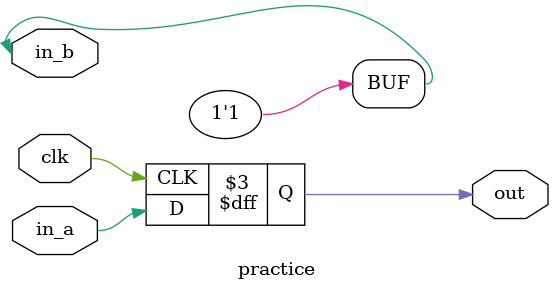
<source format=sv>
`timescale 1ns / 1ps


module practice(clk, in_a, in_b, out);
input wire logic clk, in_a, in_b;  
output logic out; 

assign in_b = 1; 

always_ff @(posedge clk) begin : And 
    out <= in_a & in_b; 
end
endmodule

</source>
